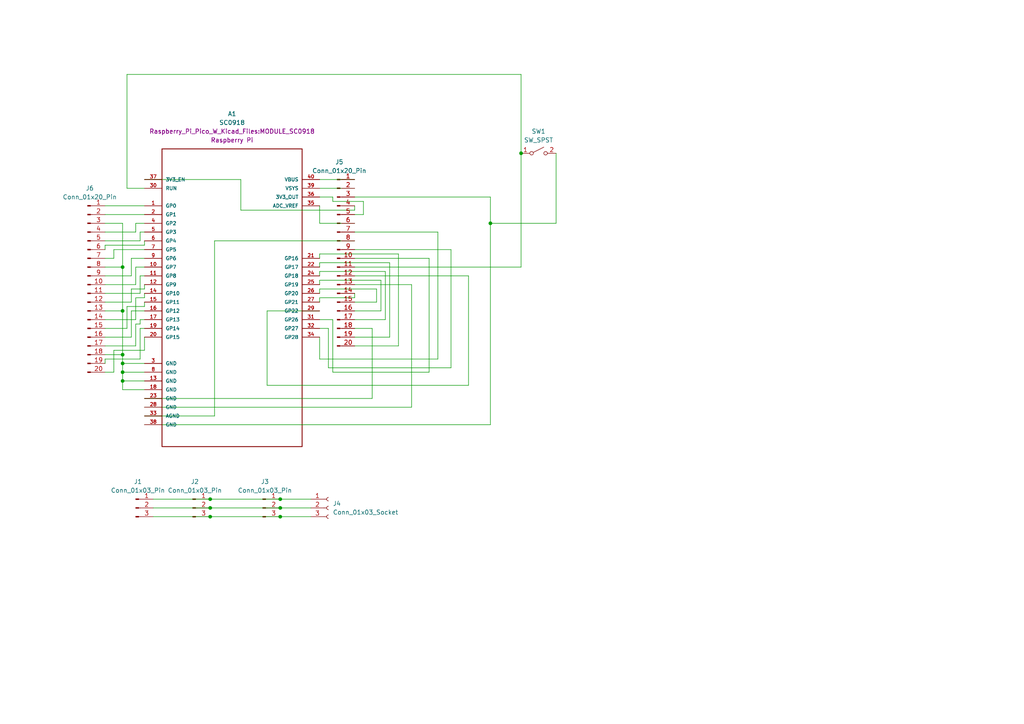
<source format=kicad_sch>
(kicad_sch (version 20231120) (generator "eeschema") (generator_version "8.0")
  (paper "A4")
  (lib_symbols
    (symbol "Connector:Conn_01x03_Pin" (pin_names (offset 1.016) hide)
      (property "Reference" "J" (at 0 5.08 0))
      (property "Value" "Conn_01x03_Pin" (at 0 -5.08 0))
      (symbol "Conn_01x03_Pin_1_1"
        (polyline (pts (xy 1.27 -2.54) (xy 0.8636 -2.54)) (stroke (width 0.1524)))
        (polyline (pts (xy 1.27 0) (xy 0.8636 0)) (stroke (width 0.1524)))
        (polyline (pts (xy 1.27 2.54) (xy 0.8636 2.54)) (stroke (width 0.1524)))
        (rectangle (start 0.8636 -2.413) (end 0 -2.667) (stroke (width 0.1524)) (fill (type outline)))
        (rectangle (start 0.8636 0.127) (end 0 -0.127) (stroke (width 0.1524)) (fill (type outline)))
        (rectangle (start 0.8636 2.667) (end 0 2.413) (stroke (width 0.1524)) (fill (type outline)))
        (pin passive line (at 5.08 2.54 180) (length 3.81) (name "Pin_1") (number "1"))
        (pin passive line (at 5.08 0 180) (length 3.81) (name "Pin_2") (number "2"))
        (pin passive line (at 5.08 -2.54 180) (length 3.81) (name "Pin_3") (number "3"))
      )
    )
    (symbol "Connector:Conn_01x03_Socket" (pin_names (offset 1.016) hide)
      (property "Reference" "J" (at 0 5.08 0))
      (property "Value" "Conn_01x03_Socket" (at 0 -5.08 0))
      (symbol "Conn_01x03_Socket_1_1"
        (arc (start 0 -2.032) (mid -0.5058 -2.54) (end 0 -3.048) (stroke (width 0.1524)))
        (polyline (pts (xy -1.27 -2.54) (xy -0.508 -2.54)) (stroke (width 0.1524)))
        (polyline (pts (xy -1.27 0) (xy -0.508 0)) (stroke (width 0.1524)))
        (polyline (pts (xy -1.27 2.54) (xy -0.508 2.54)) (stroke (width 0.1524)))
        (arc (start 0 0.508) (mid -0.5058 0) (end 0 -0.508) (stroke (width 0.1524)))
        (arc (start 0 3.048) (mid -0.5058 2.54) (end 0 2.032) (stroke (width 0.1524)))
        (pin passive line (at -5.08 2.54 0) (length 3.81) (name "Pin_1") (number "1"))
        (pin passive line (at -5.08 0 0) (length 3.81) (name "Pin_2") (number "2"))
        (pin passive line (at -5.08 -2.54 0) (length 3.81) (name "Pin_3") (number "3"))
      )
    )
    (symbol "Connector:Conn_01x20_Pin" (pin_names (offset 1.016) hide)
      (property "Reference" "J" (at 0 25.4 0))
      (property "Value" "Conn_01x20_Pin" (at 0 -27.94 0))
      (symbol "Conn_01x20_Pin_1_1"
        (polyline (pts (xy 1.27 -25.4) (xy 0.8636 -25.4)) (stroke (width 0.1524)))
        (polyline (pts (xy 1.27 -22.86) (xy 0.8636 -22.86)) (stroke (width 0.1524)))
        (polyline (pts (xy 1.27 -20.32) (xy 0.8636 -20.32)) (stroke (width 0.1524)))
        (polyline (pts (xy 1.27 -17.78) (xy 0.8636 -17.78)) (stroke (width 0.1524)))
        (polyline (pts (xy 1.27 -15.24) (xy 0.8636 -15.24)) (stroke (width 0.1524)))
        (polyline (pts (xy 1.27 -12.7) (xy 0.8636 -12.7)) (stroke (width 0.1524)))
        (polyline (pts (xy 1.27 -10.16) (xy 0.8636 -10.16)) (stroke (width 0.1524)))
        (polyline (pts (xy 1.27 -7.62) (xy 0.8636 -7.62)) (stroke (width 0.1524)))
        (polyline (pts (xy 1.27 -5.08) (xy 0.8636 -5.08)) (stroke (width 0.1524)))
        (polyline (pts (xy 1.27 -2.54) (xy 0.8636 -2.54)) (stroke (width 0.1524)))
        (polyline (pts (xy 1.27 0) (xy 0.8636 0)) (stroke (width 0.1524)))
        (polyline (pts (xy 1.27 2.54) (xy 0.8636 2.54)) (stroke (width 0.1524)))
        (polyline (pts (xy 1.27 5.08) (xy 0.8636 5.08)) (stroke (width 0.1524)))
        (polyline (pts (xy 1.27 7.62) (xy 0.8636 7.62)) (stroke (width 0.1524)))
        (polyline (pts (xy 1.27 10.16) (xy 0.8636 10.16)) (stroke (width 0.1524)))
        (polyline (pts (xy 1.27 12.7) (xy 0.8636 12.7)) (stroke (width 0.1524)))
        (polyline (pts (xy 1.27 15.24) (xy 0.8636 15.24)) (stroke (width 0.1524)))
        (polyline (pts (xy 1.27 17.78) (xy 0.8636 17.78)) (stroke (width 0.1524)))
        (polyline (pts (xy 1.27 20.32) (xy 0.8636 20.32)) (stroke (width 0.1524)))
        (polyline (pts (xy 1.27 22.86) (xy 0.8636 22.86)) (stroke (width 0.1524)))
        (rectangle (start 0.8636 -25.273) (end 0 -25.527) (stroke (width 0.1524)) (fill (type outline)))
        (rectangle (start 0.8636 -22.733) (end 0 -22.987) (stroke (width 0.1524)) (fill (type outline)))
        (rectangle (start 0.8636 -20.193) (end 0 -20.447) (stroke (width 0.1524)) (fill (type outline)))
        (rectangle (start 0.8636 -17.653) (end 0 -17.907) (stroke (width 0.1524)) (fill (type outline)))
        (rectangle (start 0.8636 -15.113) (end 0 -15.367) (stroke (width 0.1524)) (fill (type outline)))
        (rectangle (start 0.8636 -12.573) (end 0 -12.827) (stroke (width 0.1524)) (fill (type outline)))
        (rectangle (start 0.8636 -10.033) (end 0 -10.287) (stroke (width 0.1524)) (fill (type outline)))
        (rectangle (start 0.8636 -7.493) (end 0 -7.747) (stroke (width 0.1524)) (fill (type outline)))
        (rectangle (start 0.8636 -4.953) (end 0 -5.207) (stroke (width 0.1524)) (fill (type outline)))
        (rectangle (start 0.8636 -2.413) (end 0 -2.667) (stroke (width 0.1524)) (fill (type outline)))
        (rectangle (start 0.8636 0.127) (end 0 -0.127) (stroke (width 0.1524)) (fill (type outline)))
        (rectangle (start 0.8636 2.667) (end 0 2.413) (stroke (width 0.1524)) (fill (type outline)))
        (rectangle (start 0.8636 5.207) (end 0 4.953) (stroke (width 0.1524)) (fill (type outline)))
        (rectangle (start 0.8636 7.747) (end 0 7.493) (stroke (width 0.1524)) (fill (type outline)))
        (rectangle (start 0.8636 10.287) (end 0 10.033) (stroke (width 0.1524)) (fill (type outline)))
        (rectangle (start 0.8636 12.827) (end 0 12.573) (stroke (width 0.1524)) (fill (type outline)))
        (rectangle (start 0.8636 15.367) (end 0 15.113) (stroke (width 0.1524)) (fill (type outline)))
        (rectangle (start 0.8636 17.907) (end 0 17.653) (stroke (width 0.1524)) (fill (type outline)))
        (rectangle (start 0.8636 20.447) (end 0 20.193) (stroke (width 0.1524)) (fill (type outline)))
        (rectangle (start 0.8636 22.987) (end 0 22.733) (stroke (width 0.1524)) (fill (type outline)))
        (pin passive line (at 5.08 22.86 180) (length 3.81) (name "Pin_1") (number "1"))
        (pin passive line (at 5.08 0 180) (length 3.81) (name "Pin_10") (number "10"))
        (pin passive line (at 5.08 -2.54 180) (length 3.81) (name "Pin_11") (number "11"))
        (pin passive line (at 5.08 -5.08 180) (length 3.81) (name "Pin_12") (number "12"))
        (pin passive line (at 5.08 -7.62 180) (length 3.81) (name "Pin_13") (number "13"))
        (pin passive line (at 5.08 -10.16 180) (length 3.81) (name "Pin_14") (number "14"))
        (pin passive line (at 5.08 -12.7 180) (length 3.81) (name "Pin_15") (number "15"))
        (pin passive line (at 5.08 -15.24 180) (length 3.81) (name "Pin_16") (number "16"))
        (pin passive line (at 5.08 -17.78 180) (length 3.81) (name "Pin_17") (number "17"))
        (pin passive line (at 5.08 -20.32 180) (length 3.81) (name "Pin_18") (number "18"))
        (pin passive line (at 5.08 -22.86 180) (length 3.81) (name "Pin_19") (number "19"))
        (pin passive line (at 5.08 20.32 180) (length 3.81) (name "Pin_2") (number "2"))
        (pin passive line (at 5.08 -25.4 180) (length 3.81) (name "Pin_20") (number "20"))
        (pin passive line (at 5.08 17.78 180) (length 3.81) (name "Pin_3") (number "3"))
        (pin passive line (at 5.08 15.24 180) (length 3.81) (name "Pin_4") (number "4"))
        (pin passive line (at 5.08 12.7 180) (length 3.81) (name "Pin_5") (number "5"))
        (pin passive line (at 5.08 10.16 180) (length 3.81) (name "Pin_6") (number "6"))
        (pin passive line (at 5.08 7.62 180) (length 3.81) (name "Pin_7") (number "7"))
        (pin passive line (at 5.08 5.08 180) (length 3.81) (name "Pin_8") (number "8"))
        (pin passive line (at 5.08 2.54 180) (length 3.81) (name "Pin_9") (number "9"))
      )
    )
    (symbol "Raspberry_Pi_Pico_W_SC0918:SC0918" (pin_names (offset 1.016))
      (property "Reference" "A1" (at 0 58.42 0))
      (property "Value" "SC0918" (at 0 55.88 0))
      (property "Footprint" "Raspberry Pi:MODULE_SC0918" (at -12.7 -46.99 0))
      (property "manufacturer" "Raspberry Pi" (at 0 53.34 0))
      (symbol "SC0918_0_0"
        (rectangle (start -20.32 -43.18) (end 20.32 43.18) (stroke (width 0.254)))
        (pin bidirectional line (at -25.4 26.67 0) (length 5.08) (name "GP0") (number "1"))
        (pin bidirectional line (at -25.4 8.89 0) (length 5.08) (name "GP7") (number "10"))
        (pin bidirectional line (at -25.4 6.35 0) (length 5.08) (name "GP8") (number "11"))
        (pin bidirectional line (at -25.4 3.81 0) (length 5.08) (name "GP9") (number "12"))
        (pin power_in line (at -25.4 -24.13 0) (length 5.08) (name "GND") (number "13"))
        (pin bidirectional line (at -25.4 1.27 0) (length 5.08) (name "GP10") (number "14"))
        (pin bidirectional line (at -25.4 -1.27 0) (length 5.08) (name "GP11") (number "15"))
        (pin bidirectional line (at -25.4 -3.81 0) (length 5.08) (name "GP12") (number "16"))
        (pin bidirectional line (at -25.4 -6.35 0) (length 5.08) (name "GP13") (number "17"))
        (pin power_in line (at -25.4 -26.67 0) (length 5.08) (name "GND") (number "18"))
        (pin bidirectional line (at -25.4 -8.89 0) (length 5.08) (name "GP14") (number "19"))
        (pin bidirectional line (at -25.4 24.13 0) (length 5.08) (name "GP1") (number "2"))
        (pin bidirectional line (at -25.4 -11.43 0) (length 5.08) (name "GP15") (number "20"))
        (pin bidirectional line (at 25.4 11.43 180) (length 5.08) (name "GP16") (number "21"))
        (pin bidirectional line (at 25.4 8.89 180) (length 5.08) (name "GP17") (number "22"))
        (pin power_in line (at -25.4 -29.21 0) (length 5.08) (name "GND") (number "23"))
        (pin bidirectional line (at 25.4 6.35 180) (length 5.08) (name "GP18") (number "24"))
        (pin bidirectional line (at 25.4 3.81 180) (length 5.08) (name "GP19") (number "25"))
        (pin bidirectional line (at 25.4 1.27 180) (length 5.08) (name "GP20") (number "26"))
        (pin bidirectional line (at 25.4 -1.27 180) (length 5.08) (name "GP21") (number "27"))
        (pin power_in line (at -25.4 -31.75 0) (length 5.08) (name "GND") (number "28"))
        (pin bidirectional line (at 25.4 -3.81 180) (length 5.08) (name "GP22") (number "29"))
        (pin power_in line (at -25.4 -19.05 0) (length 5.08) (name "GND") (number "3"))
        (pin input line (at -25.4 31.75 0) (length 5.08) (name "RUN") (number "30"))
        (pin bidirectional line (at 25.4 -6.35 180) (length 5.08) (name "GP26") (number "31"))
        (pin bidirectional line (at 25.4 -8.89 180) (length 5.08) (name "GP27") (number "32"))
        (pin power_in line (at -25.4 -34.29 0) (length 5.08) (name "AGND") (number "33"))
        (pin bidirectional line (at 25.4 -11.43 180) (length 5.08) (name "GP28") (number "34"))
        (pin power_in line (at 25.4 26.67 180) (length 5.08) (name "ADC_VREF") (number "35"))
        (pin power_in line (at 25.4 29.21 180) (length 5.08) (name "3V3_OUT") (number "36"))
        (pin input line (at -25.4 34.29 0) (length 5.08) (name "3V3_EN") (number "37"))
        (pin power_in line (at -25.4 -36.83 0) (length 5.08) (name "GND") (number "38"))
        (pin free line (at 25.4 31.75 180) (length 5.08) (name "VSYS") (number "39"))
        (pin bidirectional line (at -25.4 21.59 0) (length 5.08) (name "GP2") (number "4"))
        (pin free line (at 25.4 34.29 180) (length 5.08) (name "VBUS") (number "40"))
        (pin bidirectional line (at -25.4 19.05 0) (length 5.08) (name "GP3") (number "5"))
        (pin bidirectional line (at -25.4 16.51 0) (length 5.08) (name "GP4") (number "6"))
        (pin bidirectional line (at -25.4 13.97 0) (length 5.08) (name "GP5") (number "7"))
        (pin power_in line (at -25.4 -21.59 0) (length 5.08) (name "GND") (number "8"))
        (pin bidirectional line (at -25.4 11.43 0) (length 5.08) (name "GP6") (number "9"))
      )
    )
    (symbol "Switch:SW_SPST" (pin_names (offset 0) hide)
      (property "Reference" "SW" (at 0 3.175 0))
      (property "Value" "SW_SPST" (at 0 -2.54 0))
      (symbol "SW_SPST_0_0"
        (circle (center -2.032 0) (radius 0.508))
        (polyline (pts (xy -1.524 0.254) (xy 1.524 1.778)))
        (circle (center 2.032 0) (radius 0.508))
      )
      (symbol "SW_SPST_1_1"
        (pin passive line (at -5.08 0 0) (length 2.54) (name "A") (number "1"))
        (pin passive line (at 5.08 0 180) (length 2.54) (name "B") (number "2"))
      )
    )
  )
  (junction (at 151.13 44.45))
  (junction (at 142.24 64.77))
  (junction (at 60.96 144.78))
  (junction (at 35.56 110.49))
  (junction (at 35.56 107.95))
  (junction (at 81.28 149.86))
  (junction (at 35.56 105.41))
  (junction (at 35.56 77.47))
  (junction (at 35.56 90.17))
  (junction (at 81.28 147.32))
  (junction (at 60.96 149.86))
  (junction (at 35.56 102.87))
  (junction (at 60.96 147.32))
  (junction (at 81.28 144.78))
  (wire (pts (xy 40.64 85.09) (xy 40.64 80.01)))
  (wire (pts (xy 41.91 88.9) (xy 36.83 88.9)))
  (wire (pts (xy 92.71 95.25) (xy 95.25 95.25)))
  (wire (pts (xy 77.47 90.17) (xy 92.71 90.17)))
  (wire (pts (xy 119.38 82.55) (xy 119.38 118.11)))
  (wire (pts (xy 30.48 69.85) (xy 40.64 69.85)))
  (wire (pts (xy 35.56 64.77) (xy 30.48 64.77)))
  (wire (pts (xy 30.48 62.23) (xy 41.91 62.23)))
  (wire (pts (xy 115.57 100.33) (xy 102.87 100.33)))
  (wire (pts (xy 38.1 80.01) (xy 38.1 74.93)))
  (wire (pts (xy 35.56 77.47) (xy 30.48 77.47)))
  (wire (pts (xy 127 67.31) (xy 127 104.14)))
  (wire (pts (xy 39.37 86.36) (xy 41.91 86.36)))
  (wire (pts (xy 30.48 90.17) (xy 35.56 90.17)))
  (wire (pts (xy 40.64 69.85) (xy 40.64 67.31)))
  (wire (pts (xy 127 104.14) (xy 92.71 104.14)))
  (wire (pts (xy 135.89 80.01) (xy 135.89 111.76)))
  (wire (pts (xy 111.76 92.71) (xy 102.87 92.71)))
  (wire (pts (xy 92.71 83.82) (xy 109.22 83.82)))
  (wire (pts (xy 35.56 107.95) (xy 35.56 110.49)))
  (wire (pts (xy 41.91 107.95) (xy 35.56 107.95)))
  (wire (pts (xy 92.71 80.01) (xy 92.71 78.74)))
  (wire (pts (xy 92.71 74.93) (xy 92.71 73.66)))
  (wire (pts (xy 77.47 111.76) (xy 77.47 90.17)))
  (wire (pts (xy 35.56 105.41) (xy 35.56 107.95)))
  (wire (pts (xy 102.87 97.79) (xy 113.03 97.79)))
  (wire (pts (xy 109.22 87.63) (xy 102.87 87.63)))
  (wire (pts (xy 92.71 81.28) (xy 110.49 81.28)))
  (wire (pts (xy 41.91 87.63) (xy 41.91 88.9)))
  (wire (pts (xy 30.48 102.87) (xy 35.56 102.87)))
  (wire (pts (xy 40.64 95.25) (xy 40.64 104.14)))
  (wire (pts (xy 119.38 118.11) (xy 41.91 118.11)))
  (wire (pts (xy 142.24 123.19) (xy 41.91 123.19)))
  (wire (pts (xy 41.91 86.36) (xy 41.91 85.09)))
  (wire (pts (xy 30.48 104.14) (xy 30.48 105.41)))
  (wire (pts (xy 92.71 85.09) (xy 92.71 83.82)))
  (wire (pts (xy 41.91 69.85) (xy 41.91 71.12)))
  (wire (pts (xy 111.76 78.74) (xy 111.76 92.71)))
  (wire (pts (xy 35.56 110.49) (xy 35.56 113.03)))
  (wire (pts (xy 161.29 64.77) (xy 142.24 64.77)))
  (wire (pts (xy 39.37 67.31) (xy 39.37 64.77)))
  (wire (pts (xy 105.41 58.42) (xy 105.41 62.23)))
  (wire (pts (xy 62.23 120.65) (xy 41.91 120.65)))
  (wire (pts (xy 81.28 147.32) (xy 90.17 147.32)))
  (wire (pts (xy 102.87 77.47) (xy 151.13 77.47)))
  (wire (pts (xy 92.71 73.66) (xy 115.57 73.66)))
  (wire (pts (xy 40.64 93.98) (xy 39.37 93.98)))
  (wire (pts (xy 60.96 147.32) (xy 81.28 147.32)))
  (wire (pts (xy 39.37 92.71) (xy 39.37 86.36)))
  (wire (pts (xy 105.41 62.23) (xy 102.87 62.23)))
  (wire (pts (xy 30.48 71.12) (xy 30.48 72.39)))
  (wire (pts (xy 30.48 67.31) (xy 39.37 67.31)))
  (wire (pts (xy 60.96 144.78) (xy 81.28 144.78)))
  (wire (pts (xy 39.37 82.55) (xy 30.48 82.55)))
  (wire (pts (xy 92.71 82.55) (xy 92.71 81.28)))
  (wire (pts (xy 38.1 83.82) (xy 38.1 87.63)))
  (wire (pts (xy 92.71 86.36) (xy 92.71 87.63)))
  (wire (pts (xy 38.1 74.93) (xy 41.91 74.93)))
  (wire (pts (xy 110.49 90.17) (xy 102.87 90.17)))
  (wire (pts (xy 81.28 144.78) (xy 90.17 144.78)))
  (wire (pts (xy 36.83 21.59) (xy 36.83 54.61)))
  (wire (pts (xy 92.71 77.47) (xy 92.71 76.2)))
  (wire (pts (xy 102.87 60.96) (xy 102.87 59.69)))
  (wire (pts (xy 130.81 72.39) (xy 130.81 106.68)))
  (wire (pts (xy 35.56 90.17) (xy 35.56 102.87)))
  (wire (pts (xy 30.48 100.33) (xy 39.37 100.33)))
  (wire (pts (xy 30.48 97.79) (xy 38.1 97.79)))
  (wire (pts (xy 39.37 77.47) (xy 39.37 82.55)))
  (wire (pts (xy 38.1 90.17) (xy 38.1 97.79)))
  (wire (pts (xy 96.52 57.15) (xy 96.52 58.42)))
  (wire (pts (xy 142.24 57.15) (xy 142.24 64.77)))
  (wire (pts (xy 151.13 21.59) (xy 36.83 21.59)))
  (wire (pts (xy 107.95 115.57) (xy 41.91 115.57)))
  (wire (pts (xy 92.71 57.15) (xy 96.52 57.15)))
  (wire (pts (xy 35.56 110.49) (xy 41.91 110.49)))
  (wire (pts (xy 92.71 59.69) (xy 92.71 64.77)))
  (wire (pts (xy 69.85 52.07) (xy 69.85 60.96)))
  (wire (pts (xy 36.83 88.9) (xy 36.83 95.25)))
  (wire (pts (xy 39.37 93.98) (xy 39.37 100.33)))
  (wire (pts (xy 102.87 95.25) (xy 107.95 95.25)))
  (wire (pts (xy 135.89 111.76) (xy 77.47 111.76)))
  (wire (pts (xy 102.87 85.09) (xy 102.87 86.36)))
  (wire (pts (xy 40.64 92.71) (xy 40.64 93.98)))
  (wire (pts (xy 36.83 95.25) (xy 30.48 95.25)))
  (wire (pts (xy 41.91 52.07) (xy 69.85 52.07)))
  (wire (pts (xy 33.02 107.95) (xy 30.48 107.95)))
  (wire (pts (xy 38.1 90.17) (xy 41.91 90.17)))
  (wire (pts (xy 69.85 60.96) (xy 102.87 60.96)))
  (wire (pts (xy 33.02 72.39) (xy 33.02 74.93)))
  (wire (pts (xy 95.25 106.68) (xy 95.25 95.25)))
  (wire (pts (xy 44.45 144.78) (xy 60.96 144.78)))
  (wire (pts (xy 41.91 82.55) (xy 41.91 83.82)))
  (wire (pts (xy 96.52 107.95) (xy 96.52 92.71)))
  (wire (pts (xy 92.71 104.14) (xy 92.71 97.79)))
  (wire (pts (xy 41.91 72.39) (xy 33.02 72.39)))
  (wire (pts (xy 102.87 74.93) (xy 124.46 74.93)))
  (wire (pts (xy 81.28 149.86) (xy 90.17 149.86)))
  (wire (pts (xy 41.91 97.79) (xy 41.91 101.6)))
  (wire (pts (xy 92.71 78.74) (xy 111.76 78.74)))
  (wire (pts (xy 30.48 92.71) (xy 39.37 92.71)))
  (wire (pts (xy 102.87 69.85) (xy 62.23 69.85)))
  (wire (pts (xy 151.13 77.47) (xy 151.13 44.45)))
  (wire (pts (xy 41.91 105.41) (xy 35.56 105.41)))
  (wire (pts (xy 142.24 64.77) (xy 142.24 123.19)))
  (wire (pts (xy 96.52 58.42) (xy 105.41 58.42)))
  (wire (pts (xy 41.91 101.6) (xy 33.02 101.6)))
  (wire (pts (xy 102.87 80.01) (xy 135.89 80.01)))
  (wire (pts (xy 41.91 71.12) (xy 30.48 71.12)))
  (wire (pts (xy 110.49 81.28) (xy 110.49 90.17)))
  (wire (pts (xy 92.71 52.07) (xy 102.87 52.07)))
  (wire (pts (xy 35.56 102.87) (xy 35.56 105.41)))
  (wire (pts (xy 109.22 83.82) (xy 109.22 87.63)))
  (wire (pts (xy 41.91 83.82) (xy 38.1 83.82)))
  (wire (pts (xy 92.71 76.2) (xy 113.03 76.2)))
  (wire (pts (xy 102.87 82.55) (xy 119.38 82.55)))
  (wire (pts (xy 124.46 74.93) (xy 124.46 107.95)))
  (wire (pts (xy 40.64 80.01) (xy 41.91 80.01)))
  (wire (pts (xy 44.45 147.32) (xy 60.96 147.32)))
  (wire (pts (xy 115.57 73.66) (xy 115.57 100.33)))
  (wire (pts (xy 40.64 104.14) (xy 30.48 104.14)))
  (wire (pts (xy 96.52 92.71) (xy 92.71 92.71)))
  (wire (pts (xy 102.87 72.39) (xy 130.81 72.39)))
  (wire (pts (xy 107.95 95.25) (xy 107.95 115.57)))
  (wire (pts (xy 30.48 80.01) (xy 38.1 80.01)))
  (wire (pts (xy 41.91 77.47) (xy 39.37 77.47)))
  (wire (pts (xy 113.03 76.2) (xy 113.03 97.79)))
  (wire (pts (xy 30.48 59.69) (xy 41.91 59.69)))
  (wire (pts (xy 35.56 64.77) (xy 35.56 77.47)))
  (wire (pts (xy 40.64 67.31) (xy 41.91 67.31)))
  (wire (pts (xy 44.45 149.86) (xy 60.96 149.86)))
  (wire (pts (xy 35.56 113.03) (xy 41.91 113.03)))
  (wire (pts (xy 41.91 95.25) (xy 40.64 95.25)))
  (wire (pts (xy 102.87 57.15) (xy 142.24 57.15)))
  (wire (pts (xy 30.48 85.09) (xy 40.64 85.09)))
  (wire (pts (xy 92.71 64.77) (xy 102.87 64.77)))
  (wire (pts (xy 124.46 107.95) (xy 96.52 107.95)))
  (wire (pts (xy 41.91 92.71) (xy 40.64 92.71)))
  (wire (pts (xy 38.1 87.63) (xy 30.48 87.63)))
  (wire (pts (xy 92.71 54.61) (xy 102.87 54.61)))
  (wire (pts (xy 33.02 74.93) (xy 30.48 74.93)))
  (wire (pts (xy 62.23 69.85) (xy 62.23 120.65)))
  (wire (pts (xy 33.02 101.6) (xy 33.02 107.95)))
  (wire (pts (xy 102.87 86.36) (xy 92.71 86.36)))
  (wire (pts (xy 36.83 54.61) (xy 41.91 54.61)))
  (wire (pts (xy 151.13 44.45) (xy 151.13 21.59)))
  (wire (pts (xy 60.96 149.86) (xy 81.28 149.86)))
  (wire (pts (xy 35.56 77.47) (xy 35.56 90.17)))
  (wire (pts (xy 39.37 64.77) (xy 41.91 64.77)))
  (wire (pts (xy 102.87 67.31) (xy 127 67.31)))
  (wire (pts (xy 161.29 44.45) (xy 161.29 64.77)))
  (wire (pts (xy 130.81 106.68) (xy 95.25 106.68)))
  (symbol (lib_id "Raspberry_Pi_Pico_W_SC0918:SC0918") (at 67.31 86.36 0) (unit 1)
    (property "Reference" "A1" (at 67.31 33.02 0))
    (property "Value" "SC0918" (at 67.31 35.56 0))
    (property "Footprint" "Raspberry_Pi_Pico_W_Kicad_Files:MODULE_SC0918" (at 67.31 38.1 0))
    (property "Datasheet" "https://datasheets.raspberrypi.com/picow/pico-w-datasheet.pdf" (effects (hide yes)))
    (property "manufacturer" "Raspberry Pi" (at 67.31 40.64 0))
    (property "P/N" "SC0918" (effects (hide yes)))
    (property "PARTREV" "1.6" (effects (hide yes)))
    (property "MAXIMUM_PACKAGE_HEIGHT" "3.73mm" (effects (hide yes)))
  )
  (symbol (lib_id "Connector:Conn_01x20_Pin") (at 97.79 74.93 0) (unit 1)
    (property "Reference" "J5" (at 98.425 46.99 0))
    (property "Value" "Conn_01x20_Pin" (at 98.425 49.53 0))
    (property "Footprint" "Connector_PinHeader_2.54mm:PinHeader_1x20_P2.54mm_Vertical" (effects (hide yes)))
    (property "Description" "Generic connector, single row, 01x20, script generated" (effects (hide yes)))
  )
  (symbol (lib_id "Connector:Conn_01x03_Pin") (at 39.37 147.32 0) (unit 1)
    (property "Reference" "J1" (at 40.005 139.7 0))
    (property "Value" "Conn_01x03_Pin" (at 40.005 142.24 0))
    (property "Footprint" "Connector_PinHeader_2.54mm:PinHeader_1x03_P2.54mm_Vertical" (effects (hide yes)))
    (property "Description" "Generic connector, single row, 01x03, script generated" (effects (hide yes)))
  )
  (symbol (lib_id "Connector:Conn_01x03_Pin") (at 76.2 147.32 0) (unit 1)
    (property "Reference" "J3" (at 76.835 139.7 0))
    (property "Value" "Conn_01x03_Pin" (at 76.835 142.24 0))
    (property "Footprint" "Connector_PinHeader_2.54mm:PinHeader_1x03_P2.54mm_Vertical" (effects (hide yes)))
    (property "Description" "Generic connector, single row, 01x03, script generated" (effects (hide yes)))
  )
  (symbol (lib_id "Connector:Conn_01x20_Pin") (at 25.4 82.55 0) (unit 1)
    (property "Reference" "J6" (at 26.035 54.61 0))
    (property "Value" "Conn_01x20_Pin" (at 26.035 57.15 0))
    (property "Footprint" "Connector_PinHeader_2.54mm:PinHeader_1x20_P2.54mm_Vertical" (effects (hide yes)))
    (property "Description" "Generic connector, single row, 01x20, script generated" (effects (hide yes)))
  )
  (symbol (lib_id "Connector:Conn_01x03_Pin") (at 55.88 147.32 0) (unit 1)
    (property "Reference" "J2" (at 56.515 139.7 0))
    (property "Value" "Conn_01x03_Pin" (at 56.515 142.24 0))
    (property "Footprint" "Connector_PinHeader_2.54mm:PinHeader_1x03_P2.54mm_Vertical" (effects (hide yes)))
    (property "Description" "Generic connector, single row, 01x03, script generated" (effects (hide yes)))
  )
  (symbol (lib_id "Switch:SW_SPST") (at 156.21 44.45 0) (unit 1)
    (property "Reference" "SW1" (at 156.21 38.1 0))
    (property "Value" "SW_SPST" (at 156.21 40.64 0))
    (property "Footprint" "Button_Switch_THT:SW_PUSH_6mm" (effects (hide yes)))
    (property "Description" "Single Pole Single Throw (SPST) switch" (effects (hide yes)))
  )
  (symbol (lib_id "Connector:Conn_01x03_Socket") (at 95.25 147.32 0) (unit 1)
    (property "Reference" "J4" (at 96.52 146.0499 0) (effects (justify left)))
    (property "Value" "Conn_01x03_Socket" (at 96.52 148.5899 0) (effects (justify left)))
    (property "Footprint" "Connector_JST:JST_SH_BM03B-SRSS-TB_1x03-1MP_P1.00mm_Vertical" (effects (hide yes)))
    (property "Description" "Generic connector, single row, 01x03, script generated" (effects (hide yes)))
  )
)
</source>
